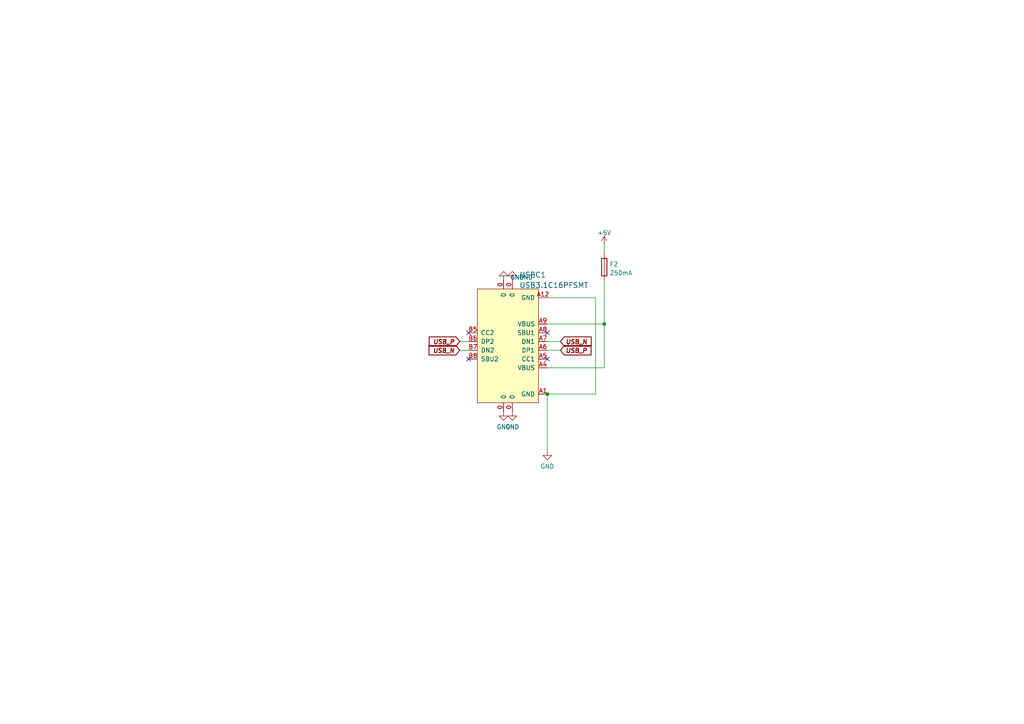
<source format=kicad_sch>
(kicad_sch (version 20211123) (generator eeschema)
  (paper "A4")
  (lib_symbols
    (symbol "01_LCSC_CUSTOM:USB3.1C16PFSMT" (pin_names (offset 1.016))
      (property "Reference" "USBC?" (at 0 24.13 0))
      (property "Value" "USB3.1C16PFSMT" (at 0 -24.13 0))
      (symbol "USB3.1C16PFSMT_1_1"
        (rectangle (start -8.89 16.51) (end 8.89 -16.51) (fill (type background)))
        (pin unspecified line (at -1.27 -19.05 90) (length 2.54) (name "0") (number "0"))
        (pin unspecified line (at -1.27 19.05 270) (length 2.54) (name "0") (number "0"))
        (pin unspecified line (at 1.27 -19.05 90) (length 2.54) (name "0") (number "0"))
        (pin unspecified line (at 1.27 19.05 270) (length 2.54) (name "0") (number "0"))
        (pin unspecified line (at 11.43 -13.97 180) (length 2.54) (name "GND") (number "A1"))
        (pin unspecified line (at 11.43 13.97 180) (length 2.54) (name "GND") (number "A12"))
        (pin unspecified line (at 11.43 -6.35 180) (length 2.54) (name "VBUS") (number "A4"))
        (pin unspecified line (at 11.43 -3.81 180) (length 2.54) (name "CC1") (number "A5"))
        (pin unspecified line (at 11.43 -1.27 180) (length 2.54) (name "DP1") (number "A6"))
        (pin unspecified line (at 11.43 1.27 180) (length 2.54) (name "DN1") (number "A7"))
        (pin unspecified line (at 11.43 3.81 180) (length 2.54) (name "SBU1") (number "A8"))
        (pin unspecified line (at 11.43 6.35 180) (length 2.54) (name "VBUS") (number "A9"))
        (pin unspecified line (at -11.43 3.81 0) (length 2.54) (name "CC2") (number "B5"))
        (pin unspecified line (at -11.43 1.27 0) (length 2.54) (name "DP2") (number "B6"))
        (pin unspecified line (at -11.43 -1.27 0) (length 2.54) (name "DN2") (number "B7"))
        (pin unspecified line (at -11.43 -3.81 0) (length 2.54) (name "SBU2") (number "B8"))
      )
    )
    (symbol "Device:Fuse" (pin_numbers hide) (pin_names (offset 0))
      (property "Reference" "F" (at 2.032 0 90))
      (property "Value" "Fuse" (at -1.905 0 90))
      (symbol "Fuse_0_1"
        (rectangle (start -0.762 -2.54) (end 0.762 2.54) (stroke (width 0.254)))
        (polyline (pts (xy 0 2.54) (xy 0 -2.54)))
      )
      (symbol "Fuse_1_1"
        (pin passive line (at 0 3.81 270) (length 1.27) (name "~") (number "1"))
        (pin passive line (at 0 -3.81 90) (length 1.27) (name "~") (number "2"))
      )
    )
    (symbol "power:+5V" (power) (pin_names (offset 0))
      (property "Value" "+5V" (at 0 3.556 0))
      (symbol "+5V_0_1"
        (polyline (pts (xy -0.762 1.27) (xy 0 2.54)))
        (polyline (pts (xy 0 0) (xy 0 2.54)))
        (polyline (pts (xy 0 2.54) (xy 0.762 1.27)))
      )
      (symbol "+5V_1_1"
        (pin power_in line (at 0 0 90) (length 0) hide (name "+5V") (number "1"))
      )
    )
    (symbol "power:GND" (power) (pin_names (offset 0))
      (property "Value" "GND" (at 0 -3.81 0))
      (symbol "GND_0_1"
        (polyline (pts (xy 0 0) (xy 0 -1.27) (xy 1.27 -1.27) (xy 0 -2.54) (xy -1.27 -1.27) (xy 0 -1.27)))
      )
      (symbol "GND_1_1"
        (pin power_in line (at 0 0 270) (length 0) hide (name "GND") (number "1"))
      )
    )
  )
  (junction (at 175.26 93.98))
  (junction (at 158.75 114.3))
  (no_connect (at 158.75 104.14))
  (no_connect (at 135.89 96.52))
  (no_connect (at 158.75 96.52))
  (no_connect (at 135.89 104.14))
  (wire (pts (xy 158.75 114.3) (xy 158.75 130.81)))
  (wire (pts (xy 172.72 114.3) (xy 158.75 114.3)))
  (wire (pts (xy 172.72 86.36) (xy 172.72 114.3)))
  (wire (pts (xy 175.26 106.68) (xy 175.26 93.98)))
  (wire (pts (xy 158.75 86.36) (xy 172.72 86.36)))
  (wire (pts (xy 175.26 71.12) (xy 175.26 73.66)))
  (wire (pts (xy 133.35 101.6) (xy 135.89 101.6)))
  (wire (pts (xy 158.75 99.06) (xy 162.56 99.06)))
  (wire (pts (xy 158.75 101.6) (xy 162.56 101.6)))
  (wire (pts (xy 133.35 99.06) (xy 135.89 99.06)))
  (wire (pts (xy 158.75 106.68) (xy 175.26 106.68)))
  (wire (pts (xy 175.26 81.28) (xy 175.26 93.98)))
  (wire (pts (xy 175.26 93.98) (xy 158.75 93.98)))
  (global_label "USB_P" (shape input) (at 133.35 99.06 180) (effects (font bold italic)) (property "Intersheet References" "${INTERSHEET_REFS}" (effects hide)))
  (global_label "USB_N" (shape input) (at 162.56 99.06 0) (effects (font bold italic)) (property "Intersheet References" "${INTERSHEET_REFS}" (effects hide)))
  (global_label "USB_P" (shape input) (at 162.56 101.6 0) (effects (font bold italic)) (property "Intersheet References" "${INTERSHEET_REFS}" (effects hide)))
  (global_label "USB_N" (shape input) (at 133.35 101.6 180) (effects (font bold italic)) (property "Intersheet References" "${INTERSHEET_REFS}" (effects hide)))
  (symbol (lib_id "power:GND") (at 148.59 119.38 0) (unit 1)
    (property "Reference" "#PWR0171" (effects hide))
    (property "Value" "GND" (at 148.59 123.8234 0))
  )
  (symbol (lib_id "power:GND") (at 146.05 119.38 0) (unit 1)
    (property "Reference" "#PWR0170" (effects hide))
    (property "Value" "GND" (at 146.05 123.8234 0))
  )
  (symbol (lib_id "power:+5V") (at 175.26 71.12 0) (unit 1)
    (property "Reference" "#PWR0146" (effects hide))
    (property "Value" "+5V" (at 175.26 67.5442 0))
  )
  (symbol (lib_id "Device:Fuse") (at 175.26 77.47 0) (unit 1)
    (property "Reference" "F2" (at 176.784 76.6353 0) (effects (justify left)))
    (property "Value" "250mA" (at 176.784 79.1722 0) (effects (justify left)))
    (property "Footprint" "Resistor_SMD:R_0603_1608Metric" (effects hide))
  )
  (symbol (lib_id "power:GND") (at 158.75 130.81 0) (unit 1)
    (property "Reference" "#PWR0143" (effects hide))
    (property "Value" "GND" (at 158.75 135.2534 0))
  )
  (symbol (lib_id "power:GND") (at 146.05 81.28 180) (unit 1)
    (property "Reference" "#PWR0172" (effects hide))
    (property "Value" "GND" (at 147.955 80.4438 0) (effects (justify right)))
  )
  (symbol (lib_id "power:GND") (at 148.59 81.28 180) (unit 1)
    (property "Reference" "#PWR0173" (effects hide))
    (property "Value" "GND" (at 150.495 80.4438 0) (effects (justify right)))
  )
  (symbol (lib_id "01_LCSC_CUSTOM:USB3.1C16PFSMT") (at 147.32 100.33 0) (unit 1)
    (property "Reference" "USBC1" (at 150.6094 79.7359 0) (effects (font (size 1.524 1.524)) (justify left)))
    (property "Value" "USB3.1C16PFSMT" (at 150.6094 82.7293 0) (effects (font (size 1.524 1.524)) (justify left)))
    (property "Footprint" "01_LCSC_CUSTOM:USB-C-SMD_TYPE-C-USB-17" (effects hide))
    (property "Datasheet" "https://lcsc.com/product-detail/USB-Type-C_USB-3-1-C-16PF-SMT-2-0Type_C167321.html" (effects hide))
    (property "Manufacturer" "LCSC" (effects hide))
    (property "LCSC Part" "C167321" (effects hide))
    (property "JLC Part" "Extended Part" (effects hide))
  )
)
</source>
